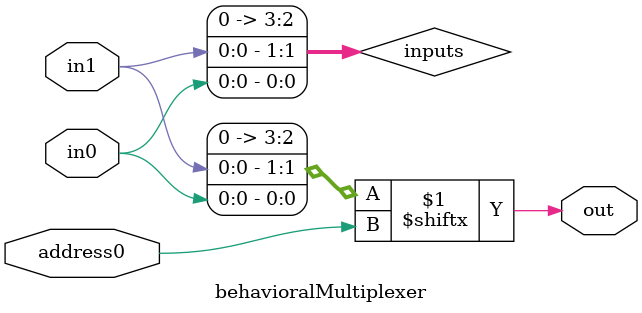
<source format=v>

module behavioralMultiplexer
(
    output out,
    input address0,
    input in0, in1
);
    // Join single-bit inputs into a bus, use address as index
    wire[3:0] inputs = {in1, in0};
    wire address0;
    assign out = inputs[address0];
endmodule


// module structuralMultiplexer
// (
//     output out,
//     input address0,
//     input in0, in1
// );
//     wire nA0;
//     wire I1;
//     wire I0;
//     not A0inv(nA0, address0);
//     and andgate3(I3,in3,address0,address1);
//     and andgate2(I2,in2,nA0, address1);
//     and andgate1(I1,in1,address0, nA1);
//     and andgate0(I0,in0,nA1, nA1);
//     or orgate(out,I3,I2,I1,I0);
// endmodule

</source>
